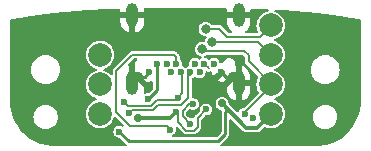
<source format=gbr>
%TF.GenerationSoftware,KiCad,Pcbnew,7.0.6*%
%TF.CreationDate,2023-12-15T10:42:07-08:00*%
%TF.ProjectId,UGC_USBC,5547435f-5553-4424-932e-6b696361645f,rev?*%
%TF.SameCoordinates,Original*%
%TF.FileFunction,Copper,L2,Bot*%
%TF.FilePolarity,Positive*%
%FSLAX46Y46*%
G04 Gerber Fmt 4.6, Leading zero omitted, Abs format (unit mm)*
G04 Created by KiCad (PCBNEW 7.0.6) date 2023-12-15 10:42:07*
%MOMM*%
%LPD*%
G01*
G04 APERTURE LIST*
%TA.AperFunction,ComponentPad*%
%ADD10C,0.600000*%
%TD*%
%TA.AperFunction,ComponentPad*%
%ADD11O,1.000000X2.000000*%
%TD*%
%TA.AperFunction,ComponentPad*%
%ADD12C,0.900000*%
%TD*%
%TA.AperFunction,ViaPad*%
%ADD13C,0.700000*%
%TD*%
%TA.AperFunction,ViaPad*%
%ADD14C,0.800000*%
%TD*%
%TA.AperFunction,ViaPad*%
%ADD15C,2.000000*%
%TD*%
%TA.AperFunction,ViaPad*%
%ADD16C,0.600000*%
%TD*%
%TA.AperFunction,Conductor*%
%ADD17C,0.250000*%
%TD*%
%TA.AperFunction,Conductor*%
%ADD18C,0.350000*%
%TD*%
%TA.AperFunction,Conductor*%
%ADD19C,0.200000*%
%TD*%
%TA.AperFunction,Conductor*%
%ADD20C,0.150000*%
%TD*%
G04 APERTURE END LIST*
D10*
%TO.P,J1,B1,GND*%
%TO.N,GND*%
X225866178Y-152812400D03*
%TO.P,J1,B2,SSTXP2*%
%TO.N,+3.3V_PRE*%
X226516178Y-152112400D03*
%TO.P,J1,B3,SSTXN2*%
%TO.N,N_CLOCK*%
X227316178Y-152112400D03*
%TO.P,J1,B4,VBUS*%
%TO.N,+5V_PRE*%
X227716178Y-152812400D03*
%TO.P,J1,B5,CC2*%
%TO.N,CC2*%
X228116178Y-152112400D03*
%TO.P,J1,B6,DP2*%
%TO.N,D+*%
X228516178Y-152812400D03*
%TO.P,J1,B7,DN2*%
%TO.N,D-*%
X229316178Y-152812400D03*
%TO.P,J1,B8,SBU2*%
%TO.N,unconnected-(J1-SBU2-PadB8)*%
X229716178Y-152112400D03*
%TO.P,J1,B9,VBUS*%
%TO.N,+5V_PRE*%
X230116178Y-152812400D03*
%TO.P,J1,B10,SSRXN1*%
%TO.N,N_LATCH*%
X230516178Y-152112400D03*
%TO.P,J1,B11,SSRXP1*%
%TO.N,N_DATA*%
X231316178Y-152112400D03*
%TO.P,J1,B12,GND*%
%TO.N,GND*%
X231966178Y-152812400D03*
D11*
%TO.P,J1,SH1,SHIELD*%
X233416178Y-148012400D03*
D12*
%TO.P,J1,SH2,SHIELD*%
X232966178Y-153212400D03*
D11*
%TO.P,J1,SH3,SHIELD*%
X233416178Y-153762400D03*
%TO.P,J1,SH4,SHIELD*%
X224416178Y-148012400D03*
D12*
%TO.P,J1,SH5,SHIELD*%
X224866178Y-153212400D03*
D11*
%TO.P,J1,SH6,SHIELD*%
X224416178Y-153762400D03*
%TD*%
D13*
%TO.N,GND*%
X238861600Y-153822400D03*
D14*
X228930200Y-150495000D03*
D13*
X238353600Y-154584400D03*
D15*
X221691200Y-148862400D03*
D13*
%TO.N,+3.3V_PRE*%
X232022829Y-155456574D03*
D15*
X236141200Y-156362400D03*
D16*
X225733060Y-155094760D03*
X223326942Y-157855587D03*
D14*
%TO.N,N_CLOCK*%
X230632000Y-149148800D03*
D15*
X236141200Y-148862400D03*
D16*
%TO.N,+5V_PRE*%
X228115158Y-156151348D03*
X230664205Y-155976669D03*
D15*
X221691200Y-156362400D03*
D13*
X224873189Y-156696784D03*
D16*
%TO.N,CC1*%
X229564447Y-155511215D03*
X229307073Y-157168869D03*
%TO.N,D+*%
X228276692Y-154985273D03*
X223728253Y-155356857D03*
D15*
X221691200Y-151362400D03*
%TO.N,D-*%
X221691200Y-153862400D03*
D16*
X224114421Y-156280630D03*
D15*
%TO.N,N_LATCH*%
X236141200Y-153862400D03*
D14*
X230327200Y-150876000D03*
D16*
X233920855Y-156319772D03*
D15*
%TO.N,N_DATA*%
X236141200Y-151362400D03*
D14*
X231190800Y-150266400D03*
D16*
X234622519Y-156733703D03*
%TO.N,CC2*%
X227609400Y-157683200D03*
%TD*%
D17*
%TO.N,GND*%
X232366178Y-153212400D02*
X231966178Y-152812400D01*
X224866178Y-153212400D02*
X225466178Y-153212400D01*
X232966178Y-153212400D02*
X232366178Y-153212400D01*
X225466178Y-153212400D02*
X225866178Y-152812400D01*
D18*
%TO.N,+3.3V_PRE*%
X234972800Y-157530800D02*
X236141200Y-156362400D01*
D17*
X226543080Y-152139302D02*
X226516178Y-152112400D01*
X226520365Y-152116587D02*
X226516178Y-152112400D01*
D18*
X234086400Y-157530800D02*
X234972800Y-157530800D01*
D17*
X232308400Y-156159200D02*
X232511600Y-155956000D01*
X224119755Y-158648400D02*
X231698800Y-158648400D01*
X226520365Y-154307455D02*
X226520365Y-152116587D01*
X225733060Y-155094760D02*
X226520365Y-154307455D01*
X223326942Y-157855587D02*
X224119755Y-158648400D01*
D18*
X232022829Y-155456574D02*
X232022829Y-155467229D01*
D17*
X226568000Y-152164222D02*
X226516178Y-152112400D01*
D18*
X232022829Y-155467229D02*
X234086400Y-157530800D01*
D17*
X232308400Y-158038800D02*
X232308400Y-156159200D01*
X231698800Y-158648400D02*
X232308400Y-158038800D01*
D19*
%TO.N,N_CLOCK*%
X235194400Y-149809200D02*
X236141200Y-148862400D01*
X232460800Y-149809200D02*
X235194400Y-149809200D01*
X230632000Y-149148800D02*
X231800400Y-149148800D01*
X231800400Y-149148800D02*
X232460800Y-149809200D01*
%TO.N,+5V_PRE*%
X228295200Y-156331390D02*
X228295200Y-157073600D01*
X229634595Y-157784800D02*
X229971600Y-157447795D01*
X229971600Y-156669274D02*
X230664205Y-155976669D01*
D18*
X227569722Y-156696784D02*
X228115158Y-156151348D01*
D19*
X229006400Y-157784800D02*
X229634595Y-157784800D01*
X228295200Y-157073600D02*
X229006400Y-157784800D01*
X228115158Y-156151348D02*
X228295200Y-156331390D01*
D18*
X224873189Y-156696784D02*
X227569722Y-156696784D01*
D19*
X229971600Y-157447795D02*
X229971600Y-156669274D01*
D20*
%TO.N,CC1*%
X228701600Y-156563396D02*
X228701600Y-156071186D01*
X228701600Y-156071186D02*
X229261571Y-155511215D01*
X229261571Y-155511215D02*
X229564447Y-155511215D01*
X229307073Y-157168869D02*
X228701600Y-156563396D01*
%TO.N,D+*%
X228067965Y-155194000D02*
X228276692Y-154985273D01*
X228276692Y-154985273D02*
X228650800Y-154611165D01*
X223728253Y-155356857D02*
X223746299Y-155356857D01*
X228650800Y-152947022D02*
X228516178Y-152812400D01*
X226477864Y-155194000D02*
X228067965Y-155194000D01*
X223746299Y-155356857D02*
X224067239Y-155677797D01*
D19*
X228667491Y-152963713D02*
X228516178Y-152812400D01*
D20*
X223728253Y-155356857D02*
X224048237Y-155676841D01*
X225995023Y-155676841D02*
X226477864Y-155194000D01*
X224048237Y-155676841D02*
X225995023Y-155676841D01*
X228650800Y-154611165D02*
X228650800Y-152947022D01*
%TO.N,D-*%
X224114421Y-156280630D02*
X224368210Y-156026841D01*
X229316178Y-152812400D02*
X229316178Y-153055422D01*
X226141559Y-156026841D02*
X226597565Y-155570835D01*
X226597565Y-155570835D02*
X228554328Y-155570835D01*
X229158800Y-152969778D02*
X229316178Y-152812400D01*
X224368210Y-156026841D02*
X226141559Y-156026841D01*
X229158800Y-154966363D02*
X229158800Y-152969778D01*
X228554328Y-155570835D02*
X229158800Y-154966363D01*
D19*
%TO.N,N_LATCH*%
X233883200Y-151028400D02*
X234259032Y-151404232D01*
X236141200Y-153794400D02*
X236141200Y-153862400D01*
X230327200Y-150876000D02*
X230479600Y-151028400D01*
X234259032Y-151912232D02*
X236141200Y-153794400D01*
X230479600Y-151028400D02*
X233883200Y-151028400D01*
X230516178Y-152112400D02*
X230886000Y-152482222D01*
D20*
X233920855Y-156319772D02*
X233920855Y-156223145D01*
X233920855Y-156223145D02*
X236141200Y-154002800D01*
X236141200Y-154002800D02*
X236141200Y-153862400D01*
D19*
X234259032Y-151404232D02*
X234259032Y-151912232D01*
%TO.N,N_DATA*%
X231190800Y-150266400D02*
X235045200Y-150266400D01*
X235045200Y-150266400D02*
X236141200Y-151362400D01*
%TO.N,CC2*%
X227939600Y-151333200D02*
X228116178Y-151509778D01*
X223054353Y-156201553D02*
X223054353Y-152713247D01*
X228116178Y-151509778D02*
X228116178Y-152112400D01*
X223054353Y-152713247D02*
X224434400Y-151333200D01*
X224256600Y-157403800D02*
X223054353Y-156201553D01*
X227609400Y-157683200D02*
X227330000Y-157403800D01*
X227330000Y-157403800D02*
X224256600Y-157403800D01*
X224434400Y-151333200D02*
X227939600Y-151333200D01*
%TD*%
%TA.AperFunction,Conductor*%
%TO.N,GND*%
G36*
X229032357Y-147347646D02*
G01*
X229147248Y-147347710D01*
X229262849Y-147347821D01*
X229379689Y-147347981D01*
X229493339Y-147348185D01*
X229611852Y-147348448D01*
X229727092Y-147348759D01*
X229843599Y-147349125D01*
X229958367Y-147349543D01*
X230076396Y-147350031D01*
X230190936Y-147350562D01*
X230308113Y-147351169D01*
X230422958Y-147351826D01*
X230538538Y-147352551D01*
X230655951Y-147353354D01*
X230770848Y-147354209D01*
X230886750Y-147355140D01*
X231004349Y-147356158D01*
X231119336Y-147357227D01*
X231236793Y-147358395D01*
X231351636Y-147359613D01*
X231467090Y-147360916D01*
X231584534Y-147362324D01*
X231699593Y-147363785D01*
X231814929Y-147365333D01*
X231931000Y-147366978D01*
X232047223Y-147368713D01*
X232162787Y-147370529D01*
X232278560Y-147372438D01*
X232280147Y-147372465D01*
X232318891Y-147373136D01*
X232376745Y-147393047D01*
X232411848Y-147443161D01*
X232416178Y-147472121D01*
X232416178Y-147762399D01*
X232416179Y-147762400D01*
X233116178Y-147762400D01*
X233116178Y-148262400D01*
X232416179Y-148262400D01*
X232416178Y-148262401D01*
X232416178Y-148563113D01*
X232431596Y-148714735D01*
X232431597Y-148714737D01*
X232492481Y-148908791D01*
X232492482Y-148908792D01*
X232591175Y-149086604D01*
X232591186Y-149086619D01*
X232723652Y-149240925D01*
X232723664Y-149240936D01*
X232840551Y-149331413D01*
X232874994Y-149381983D01*
X232873134Y-149443140D01*
X232835683Y-149491524D01*
X232779953Y-149508700D01*
X232626279Y-149508700D01*
X232568088Y-149489793D01*
X232556275Y-149479704D01*
X232058965Y-148982394D01*
X232050879Y-148971144D01*
X232049887Y-148971894D01*
X232044358Y-148964572D01*
X232008828Y-148932182D01*
X232007175Y-148930604D01*
X231993197Y-148916626D01*
X231990259Y-148914613D01*
X231984896Y-148910364D01*
X231961333Y-148888884D01*
X231952162Y-148885331D01*
X231931986Y-148874695D01*
X231923884Y-148869145D01*
X231923879Y-148869143D01*
X231892857Y-148861846D01*
X231886302Y-148859816D01*
X231856577Y-148848301D01*
X231856574Y-148848300D01*
X231856573Y-148848300D01*
X231856572Y-148848300D01*
X231846748Y-148848300D01*
X231824083Y-148845670D01*
X231814519Y-148843421D01*
X231814518Y-148843421D01*
X231782947Y-148847825D01*
X231776101Y-148848300D01*
X231207154Y-148848300D01*
X231148963Y-148829393D01*
X231128612Y-148809567D01*
X231060286Y-148720523D01*
X231060285Y-148720522D01*
X231060282Y-148720518D01*
X231060277Y-148720514D01*
X231060276Y-148720513D01*
X230989104Y-148665901D01*
X230934841Y-148624264D01*
X230934840Y-148624263D01*
X230934838Y-148624262D01*
X230788766Y-148563757D01*
X230788758Y-148563755D01*
X230632001Y-148543118D01*
X230631999Y-148543118D01*
X230475241Y-148563755D01*
X230475233Y-148563757D01*
X230329161Y-148624262D01*
X230329160Y-148624262D01*
X230203723Y-148720513D01*
X230203713Y-148720523D01*
X230107462Y-148845960D01*
X230107462Y-148845961D01*
X230046957Y-148992033D01*
X230046955Y-148992041D01*
X230026318Y-149148799D01*
X230026318Y-149148800D01*
X230046955Y-149305558D01*
X230046957Y-149305566D01*
X230107462Y-149451638D01*
X230107462Y-149451639D01*
X230168454Y-149531125D01*
X230203718Y-149577082D01*
X230329159Y-149673336D01*
X230329160Y-149673336D01*
X230329161Y-149673337D01*
X230348521Y-149681356D01*
X230475238Y-149733844D01*
X230632000Y-149754482D01*
X230638433Y-149755329D01*
X230638027Y-149758408D01*
X230684133Y-149773389D01*
X230720097Y-149822889D01*
X230720097Y-149884075D01*
X230704486Y-149913746D01*
X230683078Y-149941647D01*
X230666261Y-149963563D01*
X230605757Y-150109633D01*
X230605755Y-150109640D01*
X230593138Y-150205476D01*
X230566796Y-150260701D01*
X230513025Y-150289895D01*
X230482063Y-150290706D01*
X230327201Y-150270318D01*
X230327199Y-150270318D01*
X230170441Y-150290955D01*
X230170433Y-150290957D01*
X230024361Y-150351462D01*
X230024360Y-150351462D01*
X229898923Y-150447713D01*
X229898913Y-150447723D01*
X229802662Y-150573160D01*
X229802662Y-150573161D01*
X229742157Y-150719233D01*
X229742155Y-150719241D01*
X229721518Y-150875999D01*
X229721518Y-150876000D01*
X229742155Y-151032758D01*
X229742157Y-151032766D01*
X229802662Y-151178838D01*
X229802662Y-151178839D01*
X229890874Y-151293799D01*
X229898918Y-151304282D01*
X230024359Y-151400536D01*
X230024360Y-151400536D01*
X230024361Y-151400537D01*
X230159246Y-151456408D01*
X230170438Y-151461044D01*
X230262227Y-151473128D01*
X230317452Y-151499469D01*
X230346647Y-151553240D01*
X230338661Y-151613901D01*
X230302829Y-151654565D01*
X230185047Y-151730259D01*
X230181008Y-151733759D01*
X230124649Y-151757576D01*
X230065054Y-151743717D01*
X230051348Y-151733759D01*
X230047305Y-151730256D01*
X229926235Y-151652449D01*
X229926232Y-151652447D01*
X229926231Y-151652447D01*
X229926228Y-151652446D01*
X229788142Y-151611900D01*
X229788139Y-151611900D01*
X229644217Y-151611900D01*
X229644213Y-151611900D01*
X229506127Y-151652446D01*
X229506120Y-151652449D01*
X229385051Y-151730255D01*
X229290800Y-151839028D01*
X229231012Y-151969943D01*
X229210530Y-152112397D01*
X229210531Y-152112403D01*
X229227208Y-152228398D01*
X229216775Y-152288687D01*
X229172896Y-152331330D01*
X229157108Y-152337477D01*
X229106125Y-152352447D01*
X229106120Y-152352449D01*
X228985045Y-152430259D01*
X228980999Y-152433765D01*
X228924636Y-152457576D01*
X228865043Y-152443710D01*
X228851347Y-152433759D01*
X228847310Y-152430262D01*
X228847306Y-152430257D01*
X228798328Y-152398781D01*
X228726235Y-152352449D01*
X228726232Y-152352448D01*
X228726231Y-152352447D01*
X228675246Y-152337476D01*
X228624741Y-152302941D01*
X228604179Y-152245314D01*
X228605147Y-152228398D01*
X228621825Y-152112402D01*
X228621825Y-152112397D01*
X228601343Y-151969943D01*
X228578672Y-151920301D01*
X228541555Y-151839027D01*
X228447306Y-151730257D01*
X228447305Y-151730256D01*
X228442669Y-151724906D01*
X228444702Y-151723143D01*
X228419245Y-151680905D01*
X228416678Y-151658505D01*
X228416678Y-151574946D01*
X228418909Y-151561273D01*
X228417683Y-151561102D01*
X228418951Y-151552010D01*
X228416731Y-151503993D01*
X228416678Y-151501706D01*
X228416678Y-151481938D01*
X228416678Y-151481934D01*
X228416024Y-151478442D01*
X228415234Y-151471637D01*
X228413763Y-151439786D01*
X228409793Y-151430795D01*
X228403042Y-151408993D01*
X228401461Y-151400536D01*
X228401239Y-151399345D01*
X228384454Y-151372236D01*
X228381262Y-151366179D01*
X228368384Y-151337013D01*
X228368383Y-151337011D01*
X228361434Y-151330062D01*
X228347268Y-151312177D01*
X228342097Y-151303826D01*
X228316661Y-151284617D01*
X228311484Y-151280112D01*
X228198165Y-151166794D01*
X228190079Y-151155544D01*
X228189087Y-151156294D01*
X228183558Y-151148972D01*
X228148028Y-151116582D01*
X228146375Y-151115004D01*
X228132397Y-151101026D01*
X228129459Y-151099013D01*
X228124096Y-151094764D01*
X228100533Y-151073284D01*
X228091362Y-151069731D01*
X228071186Y-151059095D01*
X228063084Y-151053545D01*
X228063079Y-151053543D01*
X228032057Y-151046246D01*
X228025502Y-151044216D01*
X227995777Y-151032701D01*
X227995774Y-151032700D01*
X227995773Y-151032700D01*
X227995772Y-151032700D01*
X227985948Y-151032700D01*
X227963283Y-151030070D01*
X227953719Y-151027821D01*
X227953718Y-151027821D01*
X227922147Y-151032225D01*
X227915301Y-151032700D01*
X224499564Y-151032700D01*
X224485888Y-151030467D01*
X224485717Y-151031694D01*
X224476633Y-151030426D01*
X224436286Y-151032292D01*
X224428606Y-151032647D01*
X224426330Y-151032700D01*
X224406553Y-151032700D01*
X224403058Y-151033353D01*
X224396245Y-151034143D01*
X224364410Y-151035614D01*
X224364406Y-151035615D01*
X224355415Y-151039585D01*
X224333627Y-151046332D01*
X224323970Y-151048137D01*
X224323964Y-151048139D01*
X224296866Y-151064917D01*
X224290799Y-151068115D01*
X224261637Y-151080992D01*
X224261633Y-151080995D01*
X224254684Y-151087944D01*
X224236809Y-151102103D01*
X224228448Y-151107280D01*
X224209239Y-151132715D01*
X224204735Y-151137892D01*
X222887943Y-152454684D01*
X222876714Y-152462797D01*
X222877443Y-152463762D01*
X222870124Y-152469288D01*
X222837725Y-152504827D01*
X222836149Y-152506478D01*
X222822183Y-152520445D01*
X222822170Y-152520460D01*
X222820166Y-152523385D01*
X222815914Y-152528751D01*
X222794437Y-152552312D01*
X222794436Y-152552314D01*
X222790882Y-152561487D01*
X222780249Y-152581659D01*
X222774699Y-152589762D01*
X222774695Y-152589771D01*
X222767398Y-152620792D01*
X222765369Y-152627345D01*
X222753853Y-152657071D01*
X222753853Y-152666898D01*
X222751223Y-152689565D01*
X222748974Y-152699128D01*
X222751884Y-152719989D01*
X222753378Y-152730699D01*
X222753853Y-152737545D01*
X222753853Y-152982931D01*
X222734946Y-153041122D01*
X222685446Y-153077086D01*
X222624260Y-153077086D01*
X222586206Y-153052541D01*
X222585563Y-153053248D01*
X222582183Y-153050166D01*
X222582181Y-153050164D01*
X222417762Y-152900276D01*
X222228601Y-152783153D01*
X222091065Y-152729871D01*
X222026128Y-152704714D01*
X221978697Y-152666062D01*
X221963043Y-152606913D01*
X221985146Y-152549859D01*
X222026123Y-152520087D01*
X222228601Y-152441647D01*
X222417762Y-152324524D01*
X222582181Y-152174636D01*
X222716258Y-151997089D01*
X222815429Y-151797928D01*
X222876315Y-151583936D01*
X222896843Y-151362400D01*
X222876315Y-151140864D01*
X222815429Y-150926872D01*
X222716258Y-150727711D01*
X222582181Y-150550164D01*
X222417762Y-150400276D01*
X222228601Y-150283153D01*
X222021140Y-150202782D01*
X222021139Y-150202781D01*
X222021137Y-150202781D01*
X221802443Y-150161900D01*
X221579957Y-150161900D01*
X221361262Y-150202781D01*
X221284997Y-150232326D01*
X221153799Y-150283153D01*
X220964638Y-150400276D01*
X220800219Y-150550164D01*
X220765684Y-150595896D01*
X220666143Y-150727709D01*
X220666138Y-150727718D01*
X220592302Y-150876000D01*
X220566971Y-150926872D01*
X220506085Y-151140864D01*
X220485557Y-151362400D01*
X220506085Y-151583936D01*
X220566971Y-151797928D01*
X220666142Y-151997089D01*
X220800219Y-152174636D01*
X220964638Y-152324524D01*
X221153799Y-152441647D01*
X221356271Y-152520085D01*
X221403702Y-152558737D01*
X221419356Y-152617886D01*
X221397253Y-152674940D01*
X221356271Y-152704714D01*
X221153799Y-152783153D01*
X220964638Y-152900276D01*
X220810138Y-153041122D01*
X220800219Y-153050164D01*
X220773330Y-153085771D01*
X220666143Y-153227709D01*
X220666138Y-153227718D01*
X220566972Y-153426869D01*
X220566971Y-153426872D01*
X220506085Y-153640864D01*
X220485557Y-153862400D01*
X220506085Y-154083936D01*
X220566253Y-154295405D01*
X220566972Y-154297930D01*
X220615405Y-154395197D01*
X220666142Y-154497089D01*
X220800219Y-154674636D01*
X220964638Y-154824524D01*
X221153799Y-154941647D01*
X221356271Y-155020085D01*
X221403702Y-155058737D01*
X221419356Y-155117886D01*
X221397253Y-155174940D01*
X221356271Y-155204714D01*
X221153799Y-155283153D01*
X220993454Y-155382434D01*
X220964638Y-155400276D01*
X220810138Y-155541122D01*
X220800219Y-155550164D01*
X220766720Y-155594524D01*
X220666143Y-155727709D01*
X220666138Y-155727718D01*
X220573011Y-155914742D01*
X220566971Y-155926872D01*
X220506085Y-156140864D01*
X220485557Y-156362400D01*
X220506085Y-156583936D01*
X220566971Y-156797928D01*
X220666142Y-156997089D01*
X220800219Y-157174636D01*
X220964638Y-157324524D01*
X221153799Y-157441647D01*
X221361260Y-157522018D01*
X221579957Y-157562900D01*
X221802443Y-157562900D01*
X222021140Y-157522018D01*
X222228601Y-157441647D01*
X222417762Y-157324524D01*
X222582181Y-157174636D01*
X222716258Y-156997089D01*
X222815429Y-156797928D01*
X222860215Y-156640519D01*
X222894324Y-156589726D01*
X222951776Y-156568682D01*
X223010626Y-156585426D01*
X223025439Y-156597610D01*
X223687534Y-157259705D01*
X223715311Y-157314222D01*
X223705740Y-157374654D01*
X223662475Y-157417919D01*
X223602043Y-157427490D01*
X223564007Y-157412993D01*
X223536999Y-157395636D01*
X223536996Y-157395634D01*
X223536995Y-157395634D01*
X223536992Y-157395633D01*
X223398906Y-157355087D01*
X223398903Y-157355087D01*
X223254981Y-157355087D01*
X223254977Y-157355087D01*
X223116891Y-157395633D01*
X223116884Y-157395636D01*
X222995815Y-157473442D01*
X222901564Y-157582215D01*
X222841776Y-157713130D01*
X222821295Y-157855584D01*
X222821295Y-157855589D01*
X222841776Y-157998043D01*
X222883854Y-158090179D01*
X222901565Y-158128960D01*
X222976747Y-158215725D01*
X222995815Y-158237731D01*
X223093548Y-158300540D01*
X223116889Y-158315540D01*
X223223345Y-158346798D01*
X223254977Y-158356086D01*
X223254978Y-158356086D01*
X223254981Y-158356087D01*
X223326108Y-158356087D01*
X223384299Y-158374994D01*
X223396112Y-158385083D01*
X223878012Y-158866984D01*
X223880930Y-158870169D01*
X223907300Y-158901594D01*
X223910260Y-158903303D01*
X223913115Y-158906474D01*
X223913935Y-158907162D01*
X223913838Y-158907277D01*
X223951201Y-158948772D01*
X223957598Y-159009622D01*
X223927006Y-159062610D01*
X223871111Y-159087497D01*
X223860761Y-159088040D01*
X217917421Y-159088040D01*
X217914992Y-159087980D01*
X217541303Y-159069623D01*
X217536470Y-159069146D01*
X217167600Y-159014429D01*
X217162843Y-159013483D01*
X216801099Y-158922871D01*
X216796460Y-158921465D01*
X216620899Y-158858648D01*
X216445344Y-158795834D01*
X216440853Y-158793974D01*
X216429388Y-158788551D01*
X216103739Y-158634532D01*
X216099470Y-158632250D01*
X215779607Y-158440533D01*
X215775571Y-158437836D01*
X215476040Y-158215690D01*
X215472290Y-158212613D01*
X215195982Y-157962184D01*
X215192548Y-157958750D01*
X214942111Y-157682439D01*
X214939028Y-157678682D01*
X214809449Y-157503968D01*
X214716885Y-157379161D01*
X214714189Y-157375125D01*
X214522473Y-157055272D01*
X214520181Y-157050985D01*
X214360740Y-156713881D01*
X214358880Y-156709390D01*
X214324177Y-156612403D01*
X216052878Y-156612403D01*
X216072676Y-156813428D01*
X216072677Y-156813433D01*
X216131317Y-157006741D01*
X216131319Y-157006746D01*
X216226539Y-157184891D01*
X216321690Y-157300833D01*
X216354693Y-157341047D01*
X216354698Y-157341051D01*
X216510848Y-157469200D01*
X216688993Y-157564420D01*
X216688999Y-157564423D01*
X216823667Y-157605273D01*
X216882306Y-157623062D01*
X216882311Y-157623063D01*
X217083337Y-157642862D01*
X217083340Y-157642862D01*
X217083343Y-157642862D01*
X217284368Y-157623063D01*
X217284373Y-157623062D01*
X217293096Y-157620416D01*
X217477681Y-157564423D01*
X217605946Y-157495864D01*
X217655831Y-157469200D01*
X217655832Y-157469198D01*
X217655834Y-157469198D01*
X217811987Y-157341047D01*
X217940138Y-157184894D01*
X217940599Y-157184033D01*
X218006013Y-157061650D01*
X218035363Y-157006741D01*
X218094002Y-156813433D01*
X218094003Y-156813428D01*
X218113802Y-156612403D01*
X218113802Y-156612396D01*
X218094003Y-156411371D01*
X218094002Y-156411366D01*
X218066217Y-156319772D01*
X218035363Y-156218059D01*
X218027027Y-156202463D01*
X217940140Y-156039908D01*
X217811991Y-155883758D01*
X217811987Y-155883753D01*
X217811981Y-155883748D01*
X217655831Y-155755599D01*
X217477686Y-155660379D01*
X217477681Y-155660377D01*
X217284373Y-155601737D01*
X217284368Y-155601736D01*
X217083343Y-155581938D01*
X217083337Y-155581938D01*
X216882311Y-155601736D01*
X216882306Y-155601737D01*
X216688998Y-155660377D01*
X216688993Y-155660379D01*
X216510848Y-155755599D01*
X216354698Y-155883748D01*
X216354688Y-155883758D01*
X216226539Y-156039908D01*
X216131319Y-156218053D01*
X216131317Y-156218058D01*
X216072677Y-156411366D01*
X216072676Y-156411371D01*
X216052878Y-156612396D01*
X216052878Y-156612403D01*
X214324177Y-156612403D01*
X214233248Y-156358280D01*
X214231837Y-156353628D01*
X214141224Y-155991895D01*
X214140279Y-155987148D01*
X214085555Y-155618250D01*
X214085081Y-155613433D01*
X214066760Y-155240559D01*
X214066700Y-155238129D01*
X214066700Y-152612403D01*
X215853159Y-152612403D01*
X215871846Y-152826011D01*
X215871847Y-152826018D01*
X215871848Y-152826019D01*
X215927348Y-153033147D01*
X216009201Y-153208682D01*
X216017972Y-153227491D01*
X216017972Y-153227492D01*
X216133611Y-153392640D01*
X216140967Y-153403145D01*
X216292595Y-153554773D01*
X216292598Y-153554775D01*
X216292599Y-153554776D01*
X216468247Y-153677767D01*
X216468248Y-153677767D01*
X216468249Y-153677768D01*
X216662593Y-153768392D01*
X216869721Y-153823892D01*
X216869725Y-153823892D01*
X216869728Y-153823893D01*
X217083337Y-153842581D01*
X217083340Y-153842581D01*
X217083343Y-153842581D01*
X217296951Y-153823893D01*
X217296952Y-153823892D01*
X217296959Y-153823892D01*
X217504087Y-153768392D01*
X217698431Y-153677768D01*
X217874085Y-153554773D01*
X218025713Y-153403145D01*
X218148708Y-153227491D01*
X218239332Y-153033147D01*
X218294832Y-152826019D01*
X218295277Y-152820939D01*
X218313521Y-152612403D01*
X218313521Y-152612396D01*
X218294833Y-152398788D01*
X218294832Y-152398785D01*
X218294832Y-152398781D01*
X218239332Y-152191653D01*
X218214028Y-152137388D01*
X218148713Y-151997319D01*
X218148709Y-151997312D01*
X218148547Y-151997081D01*
X218025713Y-151821655D01*
X217874085Y-151670027D01*
X217874081Y-151670024D01*
X217874080Y-151670023D01*
X217698432Y-151547032D01*
X217603667Y-151502843D01*
X217504087Y-151456408D01*
X217296959Y-151400908D01*
X217296958Y-151400907D01*
X217296951Y-151400906D01*
X217083343Y-151382219D01*
X217083337Y-151382219D01*
X216869728Y-151400906D01*
X216662589Y-151456409D01*
X216468259Y-151547026D01*
X216468252Y-151547030D01*
X216292599Y-151670023D01*
X216140963Y-151821659D01*
X216017970Y-151997312D01*
X216017966Y-151997319D01*
X215927349Y-152191649D01*
X215871846Y-152398788D01*
X215853159Y-152612396D01*
X215853159Y-152612403D01*
X214066700Y-152612403D01*
X214066700Y-148446846D01*
X214085607Y-148388655D01*
X214135107Y-148352691D01*
X214148181Y-148349409D01*
X214226767Y-148335288D01*
X214368294Y-148310209D01*
X214510022Y-148285454D01*
X214651906Y-148261032D01*
X214793175Y-148237076D01*
X214934537Y-148213467D01*
X215076364Y-148190147D01*
X215218091Y-148167212D01*
X215359609Y-148144680D01*
X215501512Y-148122457D01*
X215643302Y-148100623D01*
X215785408Y-148079115D01*
X215927668Y-148057958D01*
X216069595Y-148037226D01*
X216212325Y-148016754D01*
X216375563Y-147993807D01*
X216537767Y-147971509D01*
X216699690Y-147949750D01*
X216861401Y-147928515D01*
X217023031Y-147907788D01*
X217083041Y-147900276D01*
X217184001Y-147887638D01*
X217345116Y-147867960D01*
X217353914Y-147866912D01*
X217505855Y-147848813D01*
X217666461Y-147830164D01*
X217826961Y-147812007D01*
X217987504Y-147794318D01*
X218148060Y-147777097D01*
X218308272Y-147760376D01*
X218469331Y-147744028D01*
X218629920Y-147728183D01*
X218790985Y-147712739D01*
X218952012Y-147697742D01*
X219113481Y-147683142D01*
X219275505Y-147668922D01*
X219437536Y-147655128D01*
X219599837Y-147641727D01*
X219762539Y-147628704D01*
X219896770Y-147618292D01*
X219926190Y-147616010D01*
X220090253Y-147603681D01*
X220255007Y-147591691D01*
X220420056Y-147580062D01*
X220585867Y-147568753D01*
X220752057Y-147557785D01*
X220919605Y-147547084D01*
X221087570Y-147536709D01*
X221256624Y-147526607D01*
X221425861Y-147516828D01*
X221543970Y-147510202D01*
X221662043Y-147503750D01*
X221779454Y-147497503D01*
X221896815Y-147491422D01*
X222015212Y-147485454D01*
X222133007Y-147479678D01*
X222250537Y-147474073D01*
X222368550Y-147468604D01*
X222486690Y-147463283D01*
X222604387Y-147458135D01*
X222722617Y-147453116D01*
X222840986Y-147448240D01*
X222840985Y-147448239D01*
X222959019Y-147443525D01*
X223077606Y-147438932D01*
X223195420Y-147434511D01*
X223195419Y-147434510D01*
X223313584Y-147430216D01*
X223372420Y-147446996D01*
X223410159Y-147495157D01*
X223416178Y-147529150D01*
X223416178Y-147762398D01*
X223416179Y-147762400D01*
X224116178Y-147762400D01*
X224116178Y-148262400D01*
X223416178Y-148262400D01*
X223416178Y-148563113D01*
X223431596Y-148714735D01*
X223431597Y-148714737D01*
X223492481Y-148908791D01*
X223492482Y-148908792D01*
X223591175Y-149086604D01*
X223591186Y-149086619D01*
X223723652Y-149240925D01*
X223723664Y-149240936D01*
X223884484Y-149365419D01*
X223884486Y-149365420D01*
X224067080Y-149454986D01*
X224166178Y-149480644D01*
X224166178Y-148628510D01*
X224190635Y-148668010D01*
X224280140Y-148735601D01*
X224388018Y-148766295D01*
X224499699Y-148755946D01*
X224600100Y-148705952D01*
X224666178Y-148633469D01*
X224666178Y-149485765D01*
X224668119Y-149485469D01*
X224858844Y-149414833D01*
X225031442Y-149307252D01*
X225031448Y-149307247D01*
X225178847Y-149167133D01*
X225295029Y-149000212D01*
X225295035Y-149000201D01*
X225375238Y-148813305D01*
X225375239Y-148813302D01*
X225416177Y-148614096D01*
X225416178Y-148614088D01*
X225416178Y-148262401D01*
X225416177Y-148262400D01*
X224716178Y-148262400D01*
X224716178Y-147762400D01*
X225416177Y-147762400D01*
X225416178Y-147762399D01*
X225416178Y-147472122D01*
X225435085Y-147413931D01*
X225484585Y-147377967D01*
X225513464Y-147373137D01*
X225553818Y-147372438D01*
X225669614Y-147370529D01*
X225785158Y-147368713D01*
X225901395Y-147366978D01*
X226017486Y-147365333D01*
X226132805Y-147363785D01*
X226247864Y-147362324D01*
X226365308Y-147360916D01*
X226480747Y-147359613D01*
X226595607Y-147358395D01*
X226713064Y-147357227D01*
X226828049Y-147356158D01*
X226945633Y-147355140D01*
X227061566Y-147354209D01*
X227176437Y-147353354D01*
X227293871Y-147352551D01*
X227409431Y-147351826D01*
X227524285Y-147351169D01*
X227641471Y-147350562D01*
X227756002Y-147350031D01*
X227874031Y-147349543D01*
X227988798Y-147349125D01*
X228105312Y-147348759D01*
X228220542Y-147348448D01*
X228339054Y-147348185D01*
X228452709Y-147347981D01*
X228569549Y-147347821D01*
X228685150Y-147347710D01*
X228800041Y-147347646D01*
X228916199Y-147347624D01*
X229032357Y-147347646D01*
G37*
%TD.AperFunction*%
%TA.AperFunction,Conductor*%
G36*
X236548166Y-147525011D02*
G01*
X236575774Y-147526608D01*
X236744853Y-147536709D01*
X236744853Y-147536710D01*
X236912759Y-147547082D01*
X237080371Y-147557787D01*
X237246534Y-147568754D01*
X237412287Y-147580058D01*
X237577366Y-147591690D01*
X237742120Y-147603679D01*
X237906208Y-147616010D01*
X237935628Y-147618292D01*
X238069884Y-147628706D01*
X238232559Y-147641726D01*
X238232560Y-147641727D01*
X238394865Y-147655128D01*
X238556893Y-147668922D01*
X238569965Y-147670069D01*
X238718914Y-147683142D01*
X238880387Y-147697742D01*
X238880420Y-147697745D01*
X239041414Y-147712739D01*
X239202506Y-147728186D01*
X239363096Y-147744031D01*
X239524122Y-147760376D01*
X239684649Y-147777129D01*
X239844894Y-147794318D01*
X240005433Y-147812006D01*
X240165937Y-147830164D01*
X240326543Y-147848813D01*
X240487282Y-147867960D01*
X240648398Y-147887638D01*
X240809659Y-147907825D01*
X240971003Y-147928515D01*
X241132708Y-147949750D01*
X241294631Y-147971509D01*
X241456843Y-147993809D01*
X241620029Y-148016747D01*
X241762797Y-148037225D01*
X241904679Y-148057951D01*
X242046996Y-148079116D01*
X242189096Y-148100623D01*
X242330886Y-148122457D01*
X242472796Y-148144681D01*
X242614246Y-148167202D01*
X242756089Y-148190156D01*
X242897796Y-148213456D01*
X243039288Y-148237087D01*
X243180492Y-148261032D01*
X243322376Y-148285454D01*
X243464104Y-148310209D01*
X243605631Y-148335288D01*
X243684203Y-148349407D01*
X243684209Y-148349408D01*
X243738139Y-148378309D01*
X243764781Y-148433389D01*
X243765700Y-148446847D01*
X243765700Y-155237315D01*
X243765640Y-155239745D01*
X243747278Y-155613429D01*
X243746802Y-155618266D01*
X243692084Y-155987120D01*
X243691135Y-155991887D01*
X243600524Y-156353617D01*
X243599113Y-156358269D01*
X243473482Y-156709375D01*
X243471622Y-156713866D01*
X243312182Y-157050967D01*
X243309890Y-157055253D01*
X243118177Y-157375103D01*
X243115477Y-157379145D01*
X242893340Y-157678657D01*
X242890257Y-157682414D01*
X242639828Y-157958716D01*
X242636391Y-157962153D01*
X242360085Y-158212580D01*
X242356328Y-158215664D01*
X242056806Y-158437803D01*
X242052765Y-158440503D01*
X241732920Y-158632210D01*
X241728634Y-158634501D01*
X241391531Y-158793937D01*
X241387040Y-158795797D01*
X241035933Y-158921425D01*
X241031282Y-158922835D01*
X240886953Y-158958988D01*
X240669550Y-159013444D01*
X240664787Y-159014391D01*
X240295927Y-159069106D01*
X240291092Y-159069582D01*
X239916602Y-159087980D01*
X239914173Y-159088040D01*
X231957794Y-159088040D01*
X231899603Y-159069133D01*
X231863639Y-159019633D01*
X231863639Y-158958447D01*
X231899603Y-158908947D01*
X231908295Y-158903303D01*
X231908589Y-158903132D01*
X231911255Y-158901594D01*
X231937638Y-158870150D01*
X231940526Y-158866998D01*
X232526982Y-158280541D01*
X232530160Y-158277629D01*
X232561594Y-158251255D01*
X232582114Y-158215711D01*
X232584412Y-158212103D01*
X232607954Y-158178484D01*
X232608341Y-158177036D01*
X232618238Y-158153145D01*
X232618988Y-158151845D01*
X232620405Y-158143807D01*
X232626110Y-158111450D01*
X232627040Y-158107252D01*
X232637664Y-158067607D01*
X232634087Y-158026722D01*
X232633900Y-158022423D01*
X232633900Y-156848345D01*
X232652807Y-156790154D01*
X232702307Y-156754190D01*
X232763493Y-156754190D01*
X232802904Y-156778341D01*
X233786087Y-157761524D01*
X233798962Y-157777380D01*
X233806316Y-157788636D01*
X233834942Y-157810916D01*
X233839539Y-157814976D01*
X233842882Y-157818319D01*
X233861883Y-157831885D01*
X233905211Y-157865609D01*
X233905214Y-157865610D01*
X233912112Y-157869344D01*
X233919196Y-157872806D01*
X233919201Y-157872810D01*
X233971803Y-157888470D01*
X233992764Y-157895666D01*
X234023739Y-157906300D01*
X234031476Y-157907591D01*
X234039305Y-157908566D01*
X234039312Y-157908568D01*
X234094156Y-157906300D01*
X234923589Y-157906300D01*
X234943904Y-157908407D01*
X234948330Y-157909334D01*
X234957068Y-157911167D01*
X234993067Y-157906679D01*
X234999191Y-157906300D01*
X235003918Y-157906300D01*
X235026939Y-157902458D01*
X235056271Y-157898801D01*
X235081426Y-157895666D01*
X235081428Y-157895664D01*
X235088938Y-157893429D01*
X235096406Y-157890865D01*
X235096410Y-157890865D01*
X235144677Y-157864744D01*
X235194011Y-157840626D01*
X235194015Y-157840621D01*
X235200434Y-157836039D01*
X235206623Y-157831222D01*
X235221579Y-157814976D01*
X235243808Y-157790828D01*
X235550395Y-157484240D01*
X235604910Y-157456465D01*
X235656157Y-157461930D01*
X235811260Y-157522018D01*
X236029957Y-157562900D01*
X236252443Y-157562900D01*
X236471140Y-157522018D01*
X236678601Y-157441647D01*
X236867762Y-157324524D01*
X237032181Y-157174636D01*
X237166258Y-156997089D01*
X237265429Y-156797928D01*
X237318215Y-156612403D01*
X239718598Y-156612403D01*
X239738396Y-156813428D01*
X239738397Y-156813433D01*
X239797037Y-157006741D01*
X239797039Y-157006746D01*
X239892259Y-157184891D01*
X239987410Y-157300833D01*
X240020413Y-157341047D01*
X240020418Y-157341051D01*
X240176568Y-157469200D01*
X240354713Y-157564420D01*
X240354719Y-157564423D01*
X240489387Y-157605273D01*
X240548026Y-157623062D01*
X240548031Y-157623063D01*
X240749057Y-157642862D01*
X240749060Y-157642862D01*
X240749063Y-157642862D01*
X240950088Y-157623063D01*
X240950093Y-157623062D01*
X240958816Y-157620416D01*
X241143401Y-157564423D01*
X241271666Y-157495864D01*
X241321551Y-157469200D01*
X241321552Y-157469198D01*
X241321554Y-157469198D01*
X241477707Y-157341047D01*
X241605858Y-157184894D01*
X241606319Y-157184033D01*
X241671733Y-157061650D01*
X241701083Y-157006741D01*
X241759722Y-156813433D01*
X241759723Y-156813428D01*
X241779522Y-156612403D01*
X241779522Y-156612396D01*
X241759723Y-156411371D01*
X241759722Y-156411366D01*
X241731937Y-156319772D01*
X241701083Y-156218059D01*
X241692747Y-156202463D01*
X241605860Y-156039908D01*
X241477711Y-155883758D01*
X241477707Y-155883753D01*
X241477701Y-155883748D01*
X241321551Y-155755599D01*
X241143406Y-155660379D01*
X241143401Y-155660377D01*
X240950093Y-155601737D01*
X240950088Y-155601736D01*
X240749063Y-155581938D01*
X240749057Y-155581938D01*
X240548031Y-155601736D01*
X240548026Y-155601737D01*
X240354718Y-155660377D01*
X240354713Y-155660379D01*
X240176568Y-155755599D01*
X240020418Y-155883748D01*
X240020408Y-155883758D01*
X239892259Y-156039908D01*
X239797039Y-156218053D01*
X239797037Y-156218058D01*
X239738397Y-156411366D01*
X239738396Y-156411371D01*
X239718598Y-156612396D01*
X239718598Y-156612403D01*
X237318215Y-156612403D01*
X237326315Y-156583936D01*
X237346843Y-156362400D01*
X237326315Y-156140864D01*
X237265429Y-155926872D01*
X237166258Y-155727711D01*
X237032181Y-155550164D01*
X236867762Y-155400276D01*
X236678601Y-155283153D01*
X236476126Y-155204713D01*
X236428697Y-155166063D01*
X236413043Y-155106914D01*
X236435146Y-155049861D01*
X236476126Y-155020086D01*
X236678601Y-154941647D01*
X236867762Y-154824524D01*
X237032181Y-154674636D01*
X237166258Y-154497089D01*
X237265429Y-154297928D01*
X237326315Y-154083936D01*
X237346843Y-153862400D01*
X237326315Y-153640864D01*
X237265429Y-153426872D01*
X237166258Y-153227711D01*
X237032181Y-153050164D01*
X236867762Y-152900276D01*
X236678601Y-152783153D01*
X236476126Y-152704713D01*
X236428697Y-152666063D01*
X236414496Y-152612403D01*
X239518879Y-152612403D01*
X239537566Y-152826011D01*
X239537567Y-152826018D01*
X239537568Y-152826019D01*
X239593068Y-153033147D01*
X239674921Y-153208682D01*
X239683692Y-153227491D01*
X239683692Y-153227492D01*
X239799331Y-153392640D01*
X239806687Y-153403145D01*
X239958315Y-153554773D01*
X239958318Y-153554775D01*
X239958319Y-153554776D01*
X240133967Y-153677767D01*
X240133968Y-153677767D01*
X240133969Y-153677768D01*
X240328313Y-153768392D01*
X240535441Y-153823892D01*
X240535445Y-153823892D01*
X240535448Y-153823893D01*
X240749057Y-153842581D01*
X240749060Y-153842581D01*
X240749063Y-153842581D01*
X240962671Y-153823893D01*
X240962672Y-153823892D01*
X240962679Y-153823892D01*
X241169807Y-153768392D01*
X241364151Y-153677768D01*
X241539805Y-153554773D01*
X241691433Y-153403145D01*
X241814428Y-153227491D01*
X241905052Y-153033147D01*
X241960552Y-152826019D01*
X241960997Y-152820939D01*
X241979241Y-152612403D01*
X241979241Y-152612396D01*
X241960553Y-152398788D01*
X241960552Y-152398785D01*
X241960552Y-152398781D01*
X241905052Y-152191653D01*
X241879748Y-152137388D01*
X241814433Y-151997319D01*
X241814429Y-151997312D01*
X241814267Y-151997081D01*
X241691433Y-151821655D01*
X241539805Y-151670027D01*
X241539801Y-151670024D01*
X241539800Y-151670023D01*
X241364152Y-151547032D01*
X241269387Y-151502843D01*
X241169807Y-151456408D01*
X240962679Y-151400908D01*
X240962678Y-151400907D01*
X240962671Y-151400906D01*
X240749063Y-151382219D01*
X240749057Y-151382219D01*
X240535448Y-151400906D01*
X240328309Y-151456409D01*
X240133979Y-151547026D01*
X240133972Y-151547030D01*
X239958319Y-151670023D01*
X239806683Y-151821659D01*
X239683690Y-151997312D01*
X239683686Y-151997319D01*
X239593069Y-152191649D01*
X239537566Y-152398788D01*
X239518879Y-152612396D01*
X239518879Y-152612403D01*
X236414496Y-152612403D01*
X236413043Y-152606914D01*
X236435146Y-152549861D01*
X236476126Y-152520086D01*
X236678601Y-152441647D01*
X236867762Y-152324524D01*
X237032181Y-152174636D01*
X237166258Y-151997089D01*
X237265429Y-151797928D01*
X237326315Y-151583936D01*
X237346843Y-151362400D01*
X237326315Y-151140864D01*
X237265429Y-150926872D01*
X237166258Y-150727711D01*
X237032181Y-150550164D01*
X236867762Y-150400276D01*
X236678601Y-150283153D01*
X236476126Y-150204713D01*
X236428697Y-150166063D01*
X236413043Y-150106914D01*
X236435146Y-150049861D01*
X236476126Y-150020086D01*
X236678601Y-149941647D01*
X236867762Y-149824524D01*
X237032181Y-149674636D01*
X237166258Y-149497089D01*
X237265429Y-149297928D01*
X237326315Y-149083936D01*
X237346843Y-148862400D01*
X237326315Y-148640864D01*
X237265429Y-148426872D01*
X237166258Y-148227711D01*
X237032181Y-148050164D01*
X236867762Y-147900276D01*
X236678601Y-147783153D01*
X236505498Y-147716092D01*
X236458068Y-147677441D01*
X236442414Y-147618292D01*
X236464517Y-147561238D01*
X236515934Y-147528073D01*
X236546974Y-147524943D01*
X236548166Y-147525011D01*
G37*
%TD.AperFunction*%
%TA.AperFunction,Conductor*%
G36*
X233775912Y-151347807D02*
G01*
X233787724Y-151357896D01*
X233929535Y-151499706D01*
X233957313Y-151554223D01*
X233958532Y-151569710D01*
X233958532Y-151847067D01*
X233956312Y-151860745D01*
X233957526Y-151860915D01*
X233956258Y-151869998D01*
X233958479Y-151918015D01*
X233958532Y-151920301D01*
X233958532Y-151940074D01*
X233959184Y-151943564D01*
X233959975Y-151950381D01*
X233961446Y-151982219D01*
X233961447Y-151982226D01*
X233965416Y-151991214D01*
X233972165Y-152013005D01*
X233973971Y-152022665D01*
X233990749Y-152049765D01*
X233993947Y-152055832D01*
X233999759Y-152068993D01*
X234006826Y-152084997D01*
X234013777Y-152091948D01*
X234027939Y-152109828D01*
X234033112Y-152118184D01*
X234033113Y-152118184D01*
X234058543Y-152137388D01*
X234063722Y-152141894D01*
X235076876Y-153155047D01*
X235104653Y-153209564D01*
X235095493Y-153269179D01*
X235023859Y-153413040D01*
X235016971Y-153426872D01*
X234956085Y-153640864D01*
X234935557Y-153862400D01*
X234956085Y-154083936D01*
X235016253Y-154295405D01*
X235016972Y-154297930D01*
X235065405Y-154395197D01*
X235116142Y-154497089D01*
X235116143Y-154497090D01*
X235116145Y-154497093D01*
X235124958Y-154508764D01*
X235144935Y-154566596D01*
X235127104Y-154625126D01*
X235115956Y-154638426D01*
X233964108Y-155790276D01*
X233909591Y-155818053D01*
X233894104Y-155819272D01*
X233848890Y-155819272D01*
X233710804Y-155859818D01*
X233710797Y-155859821D01*
X233589728Y-155937627D01*
X233495477Y-156046400D01*
X233441081Y-156165509D01*
X233399709Y-156210586D01*
X233339742Y-156222737D01*
X233284086Y-156197319D01*
X233281024Y-156194386D01*
X232607075Y-155520436D01*
X232579298Y-155465919D01*
X232579067Y-155462989D01*
X232578926Y-155463008D01*
X232559159Y-155312865D01*
X232503690Y-155178949D01*
X232415450Y-155063953D01*
X232300454Y-154975713D01*
X232300450Y-154975711D01*
X232166538Y-154920244D01*
X232166537Y-154920243D01*
X232022829Y-154901324D01*
X231879120Y-154920243D01*
X231879119Y-154920244D01*
X231745207Y-154975711D01*
X231745203Y-154975713D01*
X231630210Y-155063951D01*
X231630206Y-155063955D01*
X231541968Y-155178948D01*
X231541966Y-155178952D01*
X231486499Y-155312864D01*
X231486498Y-155312865D01*
X231467578Y-155456573D01*
X231467578Y-155456574D01*
X231486498Y-155600282D01*
X231486499Y-155600283D01*
X231539861Y-155729114D01*
X231541968Y-155734199D01*
X231630208Y-155849195D01*
X231745204Y-155937435D01*
X231879120Y-155992904D01*
X231899388Y-155995572D01*
X231954614Y-156021912D01*
X231983810Y-156075682D01*
X231982095Y-156119346D01*
X231979136Y-156130387D01*
X231979136Y-156130393D01*
X231982712Y-156171272D01*
X231982900Y-156175573D01*
X231982900Y-157862966D01*
X231963993Y-157921157D01*
X231953904Y-157932970D01*
X231592970Y-158293904D01*
X231538453Y-158321681D01*
X231522966Y-158322900D01*
X227876924Y-158322900D01*
X227818733Y-158303993D01*
X227782769Y-158254493D01*
X227782769Y-158193307D01*
X227818733Y-158143807D01*
X227823401Y-158140616D01*
X227910489Y-158084648D01*
X227940528Y-158065343D01*
X228034777Y-157956573D01*
X228094565Y-157825657D01*
X228111945Y-157704775D01*
X228115047Y-157683202D01*
X228115047Y-157683197D01*
X228096124Y-157551584D01*
X228106557Y-157491295D01*
X228150435Y-157448653D01*
X228210998Y-157439945D01*
X228264120Y-157467491D01*
X228747836Y-157951207D01*
X228755937Y-157962447D01*
X228756916Y-157961709D01*
X228762444Y-157969030D01*
X228797969Y-158001416D01*
X228799623Y-158002995D01*
X228807347Y-158010718D01*
X228813603Y-158016974D01*
X228816528Y-158018978D01*
X228821905Y-158023237D01*
X228845463Y-158044713D01*
X228845464Y-158044713D01*
X228845467Y-158044716D01*
X228854633Y-158048267D01*
X228874812Y-158058903D01*
X228882920Y-158064457D01*
X228913958Y-158071757D01*
X228920496Y-158073782D01*
X228950227Y-158085300D01*
X228960052Y-158085300D01*
X228982716Y-158087929D01*
X228992281Y-158090179D01*
X229020045Y-158086306D01*
X229023853Y-158085775D01*
X229030699Y-158085300D01*
X229569431Y-158085300D01*
X229583106Y-158087532D01*
X229583278Y-158086306D01*
X229592359Y-158087572D01*
X229592360Y-158087573D01*
X229592360Y-158087572D01*
X229592361Y-158087573D01*
X229601102Y-158087168D01*
X229640388Y-158085352D01*
X229642665Y-158085300D01*
X229662436Y-158085300D01*
X229662439Y-158085300D01*
X229665932Y-158084646D01*
X229672736Y-158083856D01*
X229704587Y-158082385D01*
X229713571Y-158078417D01*
X229735372Y-158071665D01*
X229745028Y-158069861D01*
X229772138Y-158053074D01*
X229778184Y-158049888D01*
X229807360Y-158037006D01*
X229814304Y-158030060D01*
X229832196Y-158015889D01*
X229840547Y-158010719D01*
X229859760Y-157985274D01*
X229864257Y-157980108D01*
X229988781Y-157855584D01*
X230138005Y-157706359D01*
X230149264Y-157698288D01*
X230148505Y-157697282D01*
X230155821Y-157691756D01*
X230155828Y-157691753D01*
X230188232Y-157656206D01*
X230189786Y-157654578D01*
X230203774Y-157640592D01*
X230205781Y-157637660D01*
X230210040Y-157632285D01*
X230231516Y-157608728D01*
X230235065Y-157599565D01*
X230245706Y-157579377D01*
X230251256Y-157571276D01*
X230258555Y-157540238D01*
X230260577Y-157533709D01*
X230272100Y-157503968D01*
X230272100Y-157494142D01*
X230274730Y-157471474D01*
X230275265Y-157469200D01*
X230276979Y-157461914D01*
X230272573Y-157430337D01*
X230272099Y-157423499D01*
X230272099Y-157111751D01*
X230272099Y-156834749D01*
X230291006Y-156776561D01*
X230301096Y-156764748D01*
X230559680Y-156506165D01*
X230614196Y-156478388D01*
X230629683Y-156477169D01*
X230736164Y-156477169D01*
X230736166Y-156477169D01*
X230874258Y-156436622D01*
X230995333Y-156358812D01*
X231089582Y-156250042D01*
X231149370Y-156119126D01*
X231159826Y-156046400D01*
X231169852Y-155976671D01*
X231169852Y-155976666D01*
X231149370Y-155834212D01*
X231126707Y-155784587D01*
X231089582Y-155703296D01*
X230995333Y-155594526D01*
X230995332Y-155594525D01*
X230995331Y-155594524D01*
X230874262Y-155516718D01*
X230874259Y-155516716D01*
X230874258Y-155516716D01*
X230874255Y-155516715D01*
X230736169Y-155476169D01*
X230736166Y-155476169D01*
X230592244Y-155476169D01*
X230592240Y-155476169D01*
X230454154Y-155516715D01*
X230454147Y-155516718D01*
X230333078Y-155594524D01*
X230238826Y-155703298D01*
X230238291Y-155704471D01*
X230237562Y-155705264D01*
X230235000Y-155709252D01*
X230234309Y-155708808D01*
X230196916Y-155749546D01*
X230151393Y-155758766D01*
X230177437Y-155804875D01*
X230178403Y-155838632D01*
X230158558Y-155976664D01*
X230158558Y-155976672D01*
X230161646Y-155998151D01*
X230151212Y-156058440D01*
X230133658Y-156082243D01*
X229805190Y-156410711D01*
X229793961Y-156418824D01*
X229794690Y-156419789D01*
X229787371Y-156425315D01*
X229754972Y-156460854D01*
X229753396Y-156462505D01*
X229739430Y-156476472D01*
X229739417Y-156476487D01*
X229737413Y-156479412D01*
X229733161Y-156484778D01*
X229711684Y-156508339D01*
X229711683Y-156508341D01*
X229708129Y-156517514D01*
X229697496Y-156537686D01*
X229691946Y-156545789D01*
X229691942Y-156545798D01*
X229684645Y-156576819D01*
X229682616Y-156583372D01*
X229671100Y-156613098D01*
X229671100Y-156622925D01*
X229668467Y-156645607D01*
X229667723Y-156648768D01*
X229635986Y-156701079D01*
X229579563Y-156724745D01*
X229523687Y-156711593D01*
X229523567Y-156711858D01*
X229522244Y-156711254D01*
X229520005Y-156710727D01*
X229517833Y-156709370D01*
X229517130Y-156708918D01*
X229517127Y-156708916D01*
X229517126Y-156708916D01*
X229517123Y-156708915D01*
X229379037Y-156668369D01*
X229379034Y-156668369D01*
X229237196Y-156668369D01*
X229179005Y-156649462D01*
X229167192Y-156639372D01*
X229086766Y-156558946D01*
X229006095Y-156478274D01*
X228978318Y-156423758D01*
X228977099Y-156408281D01*
X228977099Y-156226308D01*
X228996006Y-156168118D01*
X229006089Y-156156311D01*
X229198656Y-155963744D01*
X229253171Y-155935969D01*
X229313603Y-155945540D01*
X229322175Y-155950462D01*
X229354394Y-155971168D01*
X229446291Y-155998151D01*
X229492482Y-156011714D01*
X229492483Y-156011714D01*
X229492486Y-156011715D01*
X229492488Y-156011715D01*
X229636406Y-156011715D01*
X229636408Y-156011715D01*
X229774500Y-155971168D01*
X229895575Y-155893358D01*
X229989824Y-155784588D01*
X229990355Y-155783424D01*
X229991078Y-155782636D01*
X229993652Y-155778632D01*
X229994344Y-155779077D01*
X230031722Y-155738345D01*
X230077252Y-155729114D01*
X230051210Y-155682993D01*
X230050248Y-155649250D01*
X230070094Y-155511217D01*
X230070094Y-155511212D01*
X230049612Y-155368758D01*
X230044177Y-155356857D01*
X229989824Y-155237842D01*
X229895575Y-155129072D01*
X229895574Y-155129071D01*
X229895573Y-155129070D01*
X229774504Y-155051264D01*
X229774501Y-155051262D01*
X229774500Y-155051262D01*
X229769729Y-155049861D01*
X229636411Y-155010715D01*
X229636408Y-155010715D01*
X229533300Y-155010715D01*
X229475109Y-154991808D01*
X229439145Y-154942308D01*
X229434300Y-154911715D01*
X229434300Y-154172628D01*
X229434300Y-153373452D01*
X229453206Y-153315265D01*
X229502706Y-153279301D01*
X229505327Y-153278490D01*
X229526231Y-153272353D01*
X229647306Y-153194543D01*
X229647311Y-153194537D01*
X229651343Y-153191044D01*
X229707701Y-153167224D01*
X229767297Y-153181079D01*
X229781013Y-153191044D01*
X229785044Y-153194537D01*
X229785050Y-153194543D01*
X229906125Y-153272353D01*
X229995403Y-153298567D01*
X230044213Y-153312899D01*
X230044214Y-153312899D01*
X230044217Y-153312900D01*
X230044219Y-153312900D01*
X230188137Y-153312900D01*
X230188139Y-153312900D01*
X230326231Y-153272353D01*
X230447306Y-153194543D01*
X230541555Y-153085773D01*
X230601343Y-152954857D01*
X230618478Y-152835677D01*
X230645473Y-152780770D01*
X230699587Y-152752216D01*
X230756462Y-152759203D01*
X230762517Y-152761877D01*
X230762519Y-152761878D01*
X230762520Y-152761878D01*
X230762522Y-152761879D01*
X230805889Y-152772079D01*
X230871881Y-152787601D01*
X230983151Y-152772079D01*
X231016430Y-152753542D01*
X231076463Y-152741744D01*
X231131970Y-152767487D01*
X231161744Y-152820939D01*
X231162979Y-152828946D01*
X231181299Y-152991537D01*
X231181302Y-152991549D01*
X231240841Y-153161701D01*
X231249515Y-153175507D01*
X231566973Y-152858049D01*
X231766178Y-152858049D01*
X231805791Y-152940305D01*
X231877170Y-152997227D01*
X231943646Y-153012400D01*
X231988710Y-153012400D01*
X232055186Y-152997227D01*
X232126565Y-152940305D01*
X232166178Y-152858049D01*
X232166178Y-152766751D01*
X232126565Y-152684495D01*
X232055186Y-152627573D01*
X231988710Y-152612400D01*
X231943646Y-152612400D01*
X231877170Y-152627573D01*
X231805791Y-152684495D01*
X231766178Y-152766751D01*
X231766178Y-152858049D01*
X231566973Y-152858049D01*
X231896173Y-152528850D01*
X231950690Y-152501073D01*
X232011122Y-152510644D01*
X232036181Y-152528850D01*
X232249727Y-152742396D01*
X232277504Y-152796913D01*
X232267933Y-152857345D01*
X232249727Y-152882404D01*
X231603069Y-153529061D01*
X231616874Y-153537734D01*
X231616880Y-153537737D01*
X231787028Y-153597275D01*
X231787040Y-153597278D01*
X231966174Y-153617462D01*
X231966179Y-153617462D01*
X232030841Y-153610175D01*
X232090784Y-153622447D01*
X232129238Y-153661884D01*
X232141046Y-153683976D01*
X232452272Y-153372751D01*
X232506789Y-153344974D01*
X232567221Y-153354545D01*
X232610486Y-153397810D01*
X232612330Y-153401630D01*
X232625806Y-153431141D01*
X232701215Y-153518175D01*
X232701218Y-153518178D01*
X232788251Y-153574118D01*
X232826980Y-153621487D01*
X232830469Y-153682572D01*
X232804727Y-153727402D01*
X232512923Y-154019207D01*
X232458406Y-154046985D01*
X232454900Y-154046429D01*
X232416177Y-154062470D01*
X232416177Y-154313113D01*
X232431596Y-154464735D01*
X232431597Y-154464737D01*
X232492481Y-154658791D01*
X232492482Y-154658792D01*
X232591175Y-154836604D01*
X232591186Y-154836619D01*
X232723652Y-154990925D01*
X232723664Y-154990936D01*
X232884484Y-155115419D01*
X232884486Y-155115420D01*
X233067080Y-155204986D01*
X233166178Y-155230644D01*
X233166178Y-154490823D01*
X233185085Y-154432632D01*
X233234585Y-154396668D01*
X233290801Y-154395197D01*
X233356869Y-154412900D01*
X233356870Y-154412900D01*
X233475486Y-154412900D01*
X233475487Y-154412900D01*
X233541554Y-154395197D01*
X233602656Y-154398398D01*
X233650206Y-154436903D01*
X233666178Y-154490823D01*
X233666177Y-155235765D01*
X233668119Y-155235469D01*
X233858844Y-155164833D01*
X234031442Y-155057252D01*
X234031448Y-155057247D01*
X234178847Y-154917133D01*
X234295029Y-154750212D01*
X234295035Y-154750201D01*
X234375238Y-154563305D01*
X234375239Y-154563302D01*
X234416177Y-154364096D01*
X234416178Y-154364088D01*
X234416178Y-154012401D01*
X234416177Y-154012400D01*
X233965678Y-154012400D01*
X233907487Y-153993493D01*
X233871523Y-153943993D01*
X233866678Y-153913400D01*
X233866678Y-153908360D01*
X233866677Y-153908354D01*
X233866678Y-153611400D01*
X233885586Y-153553209D01*
X233935086Y-153517245D01*
X233965678Y-153512400D01*
X234416177Y-153512400D01*
X234416178Y-153512399D01*
X234416178Y-153211686D01*
X234400759Y-153060064D01*
X234400758Y-153060062D01*
X234339874Y-152866008D01*
X234339873Y-152866007D01*
X234241180Y-152688195D01*
X234241169Y-152688180D01*
X234108703Y-152533874D01*
X234108691Y-152533863D01*
X233947871Y-152409380D01*
X233947869Y-152409379D01*
X233765275Y-152319813D01*
X233666178Y-152294154D01*
X233666178Y-152725742D01*
X233647271Y-152783933D01*
X233597771Y-152819897D01*
X233550325Y-152823297D01*
X233499808Y-152814570D01*
X233458480Y-152807430D01*
X233458478Y-152807430D01*
X233458477Y-152807430D01*
X233411582Y-152811696D01*
X233407095Y-152811900D01*
X233265178Y-152811900D01*
X233206987Y-152792993D01*
X233171023Y-152743493D01*
X233166178Y-152712900D01*
X233166178Y-152280321D01*
X233157800Y-152269026D01*
X233138320Y-152211025D01*
X233141040Y-152191425D01*
X233140670Y-152191372D01*
X233141675Y-152184368D01*
X233141678Y-152184361D01*
X233141678Y-152040439D01*
X233101131Y-151902347D01*
X233080341Y-151869997D01*
X233023322Y-151781273D01*
X233002572Y-151763293D01*
X232914551Y-151687023D01*
X232901155Y-151680905D01*
X232783634Y-151627234D01*
X232676982Y-151611900D01*
X232676977Y-151611900D01*
X232605379Y-151611900D01*
X232605374Y-151611900D01*
X232498721Y-151627234D01*
X232367806Y-151687022D01*
X232259033Y-151781273D01*
X232181227Y-151902342D01*
X232181223Y-151902351D01*
X232167926Y-151947634D01*
X232133389Y-151998140D01*
X232075761Y-152018700D01*
X232061853Y-152018118D01*
X231966177Y-152007338D01*
X231896972Y-152015135D01*
X231837031Y-152002861D01*
X231795836Y-151957884D01*
X231770474Y-151902351D01*
X231741555Y-151839027D01*
X231647306Y-151730257D01*
X231647305Y-151730256D01*
X231647304Y-151730255D01*
X231526235Y-151652449D01*
X231526232Y-151652447D01*
X231526231Y-151652447D01*
X231526228Y-151652446D01*
X231388142Y-151611900D01*
X231388139Y-151611900D01*
X231244217Y-151611900D01*
X231244213Y-151611900D01*
X231106127Y-151652446D01*
X231106120Y-151652449D01*
X230985050Y-151730256D01*
X230981008Y-151733759D01*
X230924649Y-151757576D01*
X230865054Y-151743717D01*
X230851348Y-151733759D01*
X230847305Y-151730256D01*
X230726235Y-151652449D01*
X230726232Y-151652448D01*
X230726231Y-151652447D01*
X230673459Y-151636952D01*
X230583315Y-151610483D01*
X230532809Y-151575947D01*
X230512247Y-151518320D01*
X230529485Y-151459613D01*
X230573319Y-151424030D01*
X230630041Y-151400536D01*
X230696737Y-151349358D01*
X230754414Y-151328934D01*
X230757005Y-151328900D01*
X233717721Y-151328900D01*
X233775912Y-151347807D01*
G37*
%TD.AperFunction*%
%TA.AperFunction,Conductor*%
G36*
X225377048Y-153369846D02*
G01*
X225380110Y-153372780D01*
X225691307Y-153683976D01*
X225703115Y-153661885D01*
X225747220Y-153619478D01*
X225801512Y-153610175D01*
X225866176Y-153617462D01*
X225866182Y-153617462D01*
X226045315Y-153597278D01*
X226045325Y-153597275D01*
X226063164Y-153591033D01*
X226124333Y-153589658D01*
X226174629Y-153624500D01*
X226194840Y-153682251D01*
X226194865Y-153684476D01*
X226194865Y-154131621D01*
X226175958Y-154189812D01*
X226165869Y-154201624D01*
X225802231Y-154565263D01*
X225747714Y-154593041D01*
X225732227Y-154594260D01*
X225661095Y-154594260D01*
X225523005Y-154634807D01*
X225521060Y-154635696D01*
X225519287Y-154635899D01*
X225516213Y-154636802D01*
X225516056Y-154636269D01*
X225460274Y-154642669D01*
X225406998Y-154612580D01*
X225381582Y-154556923D01*
X225382964Y-154525712D01*
X225416177Y-154364094D01*
X225416178Y-154364088D01*
X225416178Y-154062470D01*
X225362604Y-154040280D01*
X225344479Y-154037407D01*
X225319433Y-154019208D01*
X225027640Y-153727415D01*
X224999863Y-153672898D01*
X225009434Y-153612466D01*
X225044124Y-153574126D01*
X225131154Y-153518203D01*
X225206579Y-153431164D01*
X225220055Y-153401656D01*
X225261425Y-153356581D01*
X225321391Y-153344429D01*
X225377048Y-153369846D01*
G37*
%TD.AperFunction*%
%TA.AperFunction,Conductor*%
G36*
X224780760Y-151652607D02*
G01*
X224816724Y-151702107D01*
X224816724Y-151763293D01*
X224805853Y-151786223D01*
X224731227Y-151902342D01*
X224731224Y-151902349D01*
X224690678Y-152040435D01*
X224690678Y-152184359D01*
X224691686Y-152191371D01*
X224689760Y-152191647D01*
X224688280Y-152243324D01*
X224674559Y-152269020D01*
X224666178Y-152280320D01*
X224666178Y-152712900D01*
X224647271Y-152771091D01*
X224597771Y-152807055D01*
X224567178Y-152811900D01*
X224425498Y-152811900D01*
X224421023Y-152811697D01*
X224400427Y-152809826D01*
X224373860Y-152807413D01*
X224373854Y-152807413D01*
X224332460Y-152814570D01*
X224282042Y-152823286D01*
X224221483Y-152814570D01*
X224177612Y-152771920D01*
X224166178Y-152725734D01*
X224166178Y-152289033D01*
X224166177Y-152289032D01*
X224164225Y-152289331D01*
X224163773Y-152289449D01*
X224163550Y-152289435D01*
X224159271Y-152290091D01*
X224159129Y-152289165D01*
X224102701Y-152285722D01*
X224055484Y-152246810D01*
X224040156Y-152187576D01*
X224062573Y-152130645D01*
X224068969Y-152123602D01*
X224529876Y-151662696D01*
X224584392Y-151634919D01*
X224599879Y-151633700D01*
X224722569Y-151633700D01*
X224780760Y-151652607D01*
G37*
%TD.AperFunction*%
%TA.AperFunction,Conductor*%
G36*
X234636946Y-147434510D02*
G01*
X234754828Y-147438933D01*
X234873352Y-147443523D01*
X234991379Y-147448239D01*
X235050582Y-147450677D01*
X235109784Y-147453116D01*
X235228016Y-147458134D01*
X235228016Y-147458135D01*
X235345708Y-147463283D01*
X235463848Y-147468604D01*
X235581861Y-147474073D01*
X235699391Y-147479678D01*
X235817186Y-147485454D01*
X235891185Y-147489184D01*
X235948348Y-147510996D01*
X235981775Y-147562243D01*
X235978695Y-147623351D01*
X235940286Y-147670978D01*
X235904392Y-147685372D01*
X235811261Y-147702781D01*
X235709838Y-147742073D01*
X235603799Y-147783153D01*
X235414637Y-147900275D01*
X235414638Y-147900276D01*
X235262491Y-148038977D01*
X235250219Y-148050164D01*
X235236680Y-148068093D01*
X235116143Y-148227709D01*
X235116138Y-148227718D01*
X235016972Y-148426869D01*
X234956085Y-148640864D01*
X234936864Y-148848300D01*
X234935557Y-148862400D01*
X234956085Y-149083936D01*
X235000755Y-149240936D01*
X235016972Y-149297930D01*
X235050654Y-149365572D01*
X235059667Y-149426090D01*
X235031387Y-149480347D01*
X234976616Y-149507620D01*
X234962033Y-149508700D01*
X234054240Y-149508700D01*
X233996049Y-149489793D01*
X233960085Y-149440293D01*
X233960085Y-149379107D01*
X233996049Y-149329607D01*
X234001872Y-149325684D01*
X234031442Y-149307252D01*
X234031448Y-149307247D01*
X234178847Y-149167133D01*
X234295029Y-149000212D01*
X234295035Y-149000201D01*
X234375238Y-148813305D01*
X234375239Y-148813302D01*
X234416177Y-148614096D01*
X234416178Y-148614088D01*
X234416178Y-148262401D01*
X234416177Y-148262400D01*
X233716178Y-148262400D01*
X233716178Y-147762400D01*
X234416177Y-147762400D01*
X234416178Y-147762399D01*
X234416178Y-147529150D01*
X234435085Y-147470959D01*
X234484585Y-147434995D01*
X234518771Y-147430215D01*
X234636946Y-147434510D01*
G37*
%TD.AperFunction*%
%TD*%
M02*

</source>
